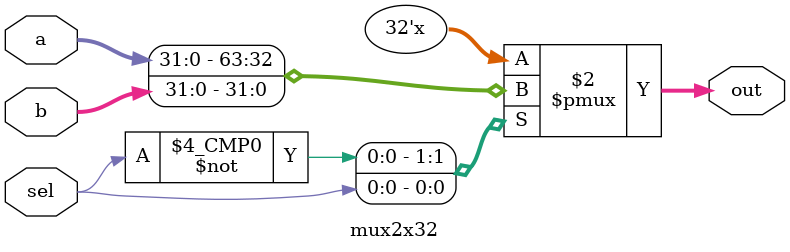
<source format=v>
module mux2x32 (
    input [31:0] a,
    input [31:0] b,
    input sel,
    output [31:0] out
);
    always @ (a,b,sel) begin
        case (sel)
            1'b0 : out = a;
            1'b1 : out = b;
            default: out = 0;
        endcase
    end
endmodule
</source>
